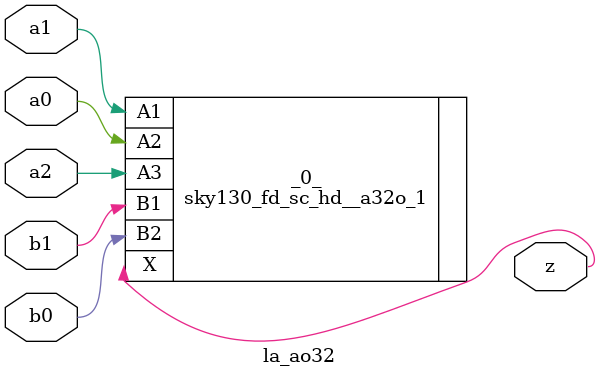
<source format=v>
/* Generated by Yosys 0.37 (git sha1 a5c7f69ed, clang 14.0.0-1ubuntu1.1 -fPIC -Os) */

module la_ao32(a0, a1, a2, b0, b1, z);
  input a0;
  wire a0;
  input a1;
  wire a1;
  input a2;
  wire a2;
  input b0;
  wire b0;
  input b1;
  wire b1;
  output z;
  wire z;
  sky130_fd_sc_hd__a32o_1 _0_ (
    .A1(a1),
    .A2(a0),
    .A3(a2),
    .B1(b1),
    .B2(b0),
    .X(z)
  );
endmodule

</source>
